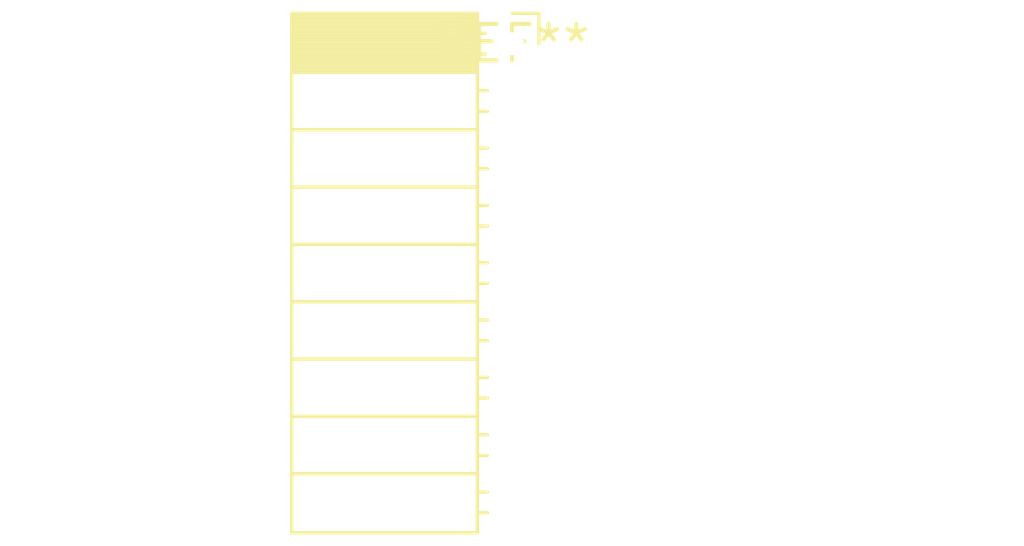
<source format=kicad_pcb>
(kicad_pcb (version 20240108) (generator pcbnew)
  (layers (0 "F.Cu" signal) (31 "B.Cu" signal) (34 "B.Paste" user) (35 "F.Paste" user) (36 "B.SilkS" user "B.Silkscreen") (37 "F.SilkS" user "F.Silkscreen") (38 "B.Mask" user) (39 "F.Mask" user) (44 "Edge.Cuts" user))
  (net 0 "")
  (footprint "PinSocket_1x09_P2.00mm_Horizontal" (layer "F.Cu") (at 0 0)
    (property "Reference" "REF**")
    (property "Value" "PinSocket_1x09_P2.00mm_Horizontal")
    (fp_line (start -7.68 -1.06) (end -7.68 17.06) (layer "F.SilkS") (stroke (width 0.12)))
    (fp_line (start -7.68 -1.06) (end -1.21 -1.06) (layer "F.SilkS") (stroke (width 0.12)))
    (fp_line (start -7.68 -0.94) (end -1.21 -0.94) (layer "F.SilkS") (stroke (width 0.12)))
    (fp_line (start -7.68 -0.825882) (end -1.21 -0.825882) (layer "F.SilkS") (stroke (width 0.12)))
    (fp_line (start -7.68 -0.711764) (end -1.21 -0.711764) (layer "F.SilkS") (stroke (width 0.12)))
    (fp_line (start -7.68 -0.597646) (end -1.21 -0.597646) (layer "F.SilkS") (stroke (width 0.12)))
    (fp_line (start -7.68 -0.483528) (end -1.21 -0.483528) (layer "F.SilkS") (stroke (width 0.12)))
    (fp_line (start -7.68 -0.36941) (end -1.21 -0.36941) (layer "F.SilkS") (stroke (width 0.12)))
    (fp_line (start -7.68 -0.255292) (end -1.21 -0.255292) (layer "F.SilkS") (stroke (width 0.12)))
    (fp_line (start -7.68 -0.141174) (end -1.21 -0.141174) (layer "F.SilkS") (stroke (width 0.12)))
    (fp_line (start -7.68 -0.027056) (end -1.21 -0.027056) (layer "F.SilkS") (stroke (width 0.12)))
    (fp_line (start -7.68 0.087062) (end -1.21 0.087062) (layer "F.SilkS") (stroke (width 0.12)))
    (fp_line (start -7.68 0.20118) (end -1.21 0.20118) (layer "F.SilkS") (stroke (width 0.12)))
    (fp_line (start -7.68 0.315298) (end -1.21 0.315298) (layer "F.SilkS") (stroke (width 0.12)))
    (fp_line (start -7.68 0.429416) (end -1.21 0.429416) (layer "F.SilkS") (stroke (width 0.12)))
    (fp_line (start -7.68 0.543534) (end -1.21 0.543534) (layer "F.SilkS") (stroke (width 0.12)))
    (fp_line (start -7.68 0.657652) (end -1.21 0.657652) (layer "F.SilkS") (stroke (width 0.12)))
    (fp_line (start -7.68 0.77177) (end -1.21 0.77177) (layer "F.SilkS") (stroke (width 0.12)))
    (fp_line (start -7.68 0.885888) (end -1.21 0.885888) (layer "F.SilkS") (stroke (width 0.12)))
    (fp_line (start -7.68 1) (end -1.21 1) (layer "F.SilkS") (stroke (width 0.12)))
    (fp_line (start -7.68 3) (end -1.21 3) (layer "F.SilkS") (stroke (width 0.12)))
    (fp_line (start -7.68 5) (end -1.21 5) (layer "F.SilkS") (stroke (width 0.12)))
    (fp_line (start -7.68 7) (end -1.21 7) (layer "F.SilkS") (stroke (width 0.12)))
    (fp_line (start -7.68 9) (end -1.21 9) (layer "F.SilkS") (stroke (width 0.12)))
    (fp_line (start -7.68 11) (end -1.21 11) (layer "F.SilkS") (stroke (width 0.12)))
    (fp_line (start -7.68 13) (end -1.21 13) (layer "F.SilkS") (stroke (width 0.12)))
    (fp_line (start -7.68 15) (end -1.21 15) (layer "F.SilkS") (stroke (width 0.12)))
    (fp_line (start -7.68 17.06) (end -1.21 17.06) (layer "F.SilkS") (stroke (width 0.12)))
    (fp_line (start -1.21 -1.06) (end -1.21 17.06) (layer "F.SilkS") (stroke (width 0.12)))
    (fp_line (start -1.21 -0.36) (end -0.935 -0.36) (layer "F.SilkS") (stroke (width 0.12)))
    (fp_line (start -1.21 0.36) (end -0.935 0.36) (layer "F.SilkS") (stroke (width 0.12)))
    (fp_line (start -1.21 1.64) (end -0.862917 1.64) (layer "F.SilkS") (stroke (width 0.12)))
    (fp_line (start -1.21 2.36) (end -0.862917 2.36) (layer "F.SilkS") (stroke (width 0.12)))
    (fp_line (start -1.21 3.64) (end -0.862917 3.64) (layer "F.SilkS") (stroke (width 0.12)))
    (fp_line (start -1.21 4.36) (end -0.862917 4.36) (layer "F.SilkS") (stroke (width 0.12)))
    (fp_line (start -1.21 5.64) (end -0.862917 5.64) (layer "F.SilkS") (stroke (width 0.12)))
    (fp_line (start -1.21 6.36) (end -0.862917 6.36) (layer "F.SilkS") (stroke (width 0.12)))
    (fp_line (start -1.21 7.64) (end -0.862917 7.64) (layer "F.SilkS") (stroke (width 0.12)))
    (fp_line (start -1.21 8.36) (end -0.862917 8.36) (layer "F.SilkS") (stroke (width 0.12)))
    (fp_line (start -1.21 9.64) (end -0.862917 9.64) (layer "F.SilkS") (stroke (width 0.12)))
    (fp_line (start -1.21 10.36) (end -0.862917 10.36) (layer "F.SilkS") (stroke (width 0.12)))
    (fp_line (start -1.21 11.64) (end -0.862917 11.64) (layer "F.SilkS") (stroke (width 0.12)))
    (fp_line (start -1.21 12.36) (end -0.862917 12.36) (layer "F.SilkS") (stroke (width 0.12)))
    (fp_line (start -1.21 13.64) (end -0.862917 13.64) (layer "F.SilkS") (stroke (width 0.12)))
    (fp_line (start -1.21 14.36) (end -0.862917 14.36) (layer "F.SilkS") (stroke (width 0.12)))
    (fp_line (start -1.21 15.64) (end -0.862917 15.64) (layer "F.SilkS") (stroke (width 0.12)))
    (fp_line (start -1.21 16.36) (end -0.862917 16.36) (layer "F.SilkS") (stroke (width 0.12)))
    (fp_line (start 0 -1.06) (end 0.935 -1.06) (layer "F.SilkS") (stroke (width 0.12)))
    (fp_line (start 0.935 -1.06) (end 0.935 0) (layer "F.SilkS") (stroke (width 0.12)))
    (pad "1" thru_hole rect (at 0 0) (size 1.35 1.35) (drill 0.8) (layers *.Cu *.Mask) (remove_unused_layers))
    (pad "2" thru_hole oval (at 0 2) (size 1.35 1.35) (drill 0.8) (layers *.Cu *.Mask) (remove_unused_layers))
    (pad "3" thru_hole oval (at 0 4) (size 1.35 1.35) (drill 0.8) (layers *.Cu *.Mask) (remove_unused_layers))
    (pad "4" thru_hole oval (at 0 6) (size 1.35 1.35) (drill 0.8) (layers *.Cu *.Mask) (remove_unused_layers))
    (pad "5" thru_hole oval (at 0 8) (size 1.35 1.35) (drill 0.8) (layers *.Cu *.Mask) (remove_unused_layers))
    (pad "6" thru_hole oval (at 0 10) (size 1.35 1.35) (drill 0.8) (layers *.Cu *.Mask) (remove_unused_layers))
    (pad "7" thru_hole oval (at 0 12) (size 1.35 1.35) (drill 0.8) (layers *.Cu *.Mask) (remove_unused_layers))
    (pad "8" thru_hole oval (at 0 14) (size 1.35 1.35) (drill 0.8) (layers *.Cu *.Mask) (remove_unused_layers))
    (pad "9" thru_hole oval (at 0 16) (size 1.35 1.35) (drill 0.8) (layers *.Cu *.Mask) (remove_unused_layers))
  )
)
</source>
